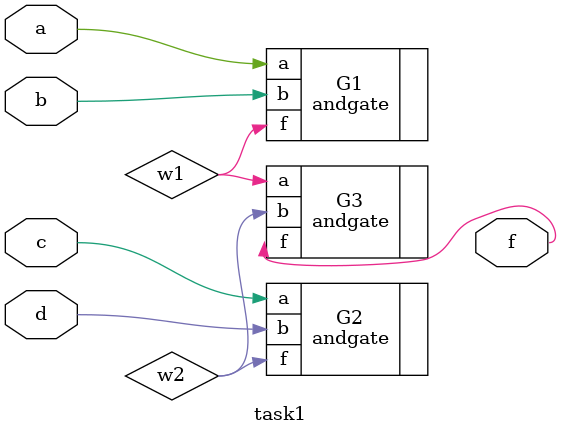
<source format=sv>
`timescale 1ns / 1ps


module task1(
input logic a,
input logic b,
input logic c,
input logic d,
output logic f
);

 

logic w1, w2;
andgate G1( .f(w1) , .a(a) , .b(b) );
andgate G2( .f(w2) , .a(c) , .b (d) );
andgate G3( .f(f) , .a(w1) , .b (w2) );

endmodule


</source>
